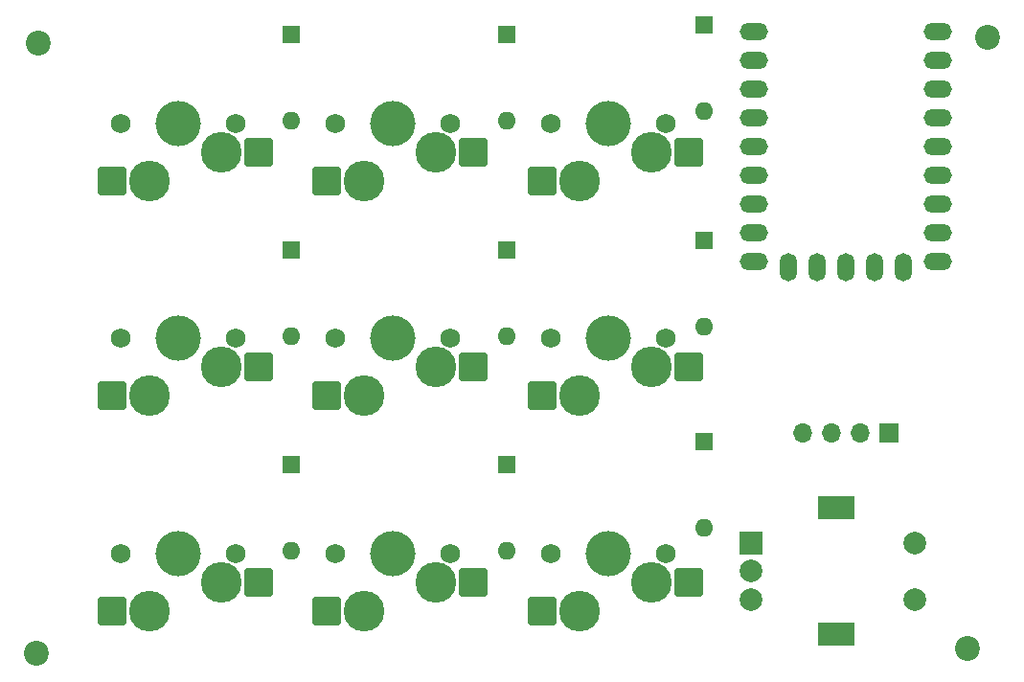
<source format=gbs>
G04 #@! TF.GenerationSoftware,KiCad,Pcbnew,8.0.4*
G04 #@! TF.CreationDate,2024-10-11T00:06:53+05:30*
G04 #@! TF.ProjectId,CoryDora,436f7279-446f-4726-912e-6b696361645f,rev?*
G04 #@! TF.SameCoordinates,Original*
G04 #@! TF.FileFunction,Soldermask,Bot*
G04 #@! TF.FilePolarity,Negative*
%FSLAX46Y46*%
G04 Gerber Fmt 4.6, Leading zero omitted, Abs format (unit mm)*
G04 Created by KiCad (PCBNEW 8.0.4) date 2024-10-11 00:06:53*
%MOMM*%
%LPD*%
G01*
G04 APERTURE LIST*
G04 Aperture macros list*
%AMRoundRect*
0 Rectangle with rounded corners*
0 $1 Rounding radius*
0 $2 $3 $4 $5 $6 $7 $8 $9 X,Y pos of 4 corners*
0 Add a 4 corners polygon primitive as box body*
4,1,4,$2,$3,$4,$5,$6,$7,$8,$9,$2,$3,0*
0 Add four circle primitives for the rounded corners*
1,1,$1+$1,$2,$3*
1,1,$1+$1,$4,$5*
1,1,$1+$1,$6,$7*
1,1,$1+$1,$8,$9*
0 Add four rect primitives between the rounded corners*
20,1,$1+$1,$2,$3,$4,$5,0*
20,1,$1+$1,$4,$5,$6,$7,0*
20,1,$1+$1,$6,$7,$8,$9,0*
20,1,$1+$1,$8,$9,$2,$3,0*%
G04 Aperture macros list end*
%ADD10C,2.200000*%
%ADD11RoundRect,0.250000X1.025000X1.000000X-1.025000X1.000000X-1.025000X-1.000000X1.025000X-1.000000X0*%
%ADD12C,1.750000*%
%ADD13C,4.000000*%
%ADD14C,3.600000*%
%ADD15R,2.000000X2.000000*%
%ADD16C,2.000000*%
%ADD17R,3.200000X2.000000*%
%ADD18R,1.700000X1.700000*%
%ADD19O,1.700000X1.700000*%
%ADD20R,1.600000X1.600000*%
%ADD21O,1.600000X1.600000*%
%ADD22O,2.500000X1.500000*%
%ADD23O,1.500000X2.500000*%
G04 APERTURE END LIST*
D10*
X166395400Y-142417262D03*
D11*
X122730000Y-98523262D03*
D12*
X120725000Y-95983262D03*
D13*
X115645000Y-95983262D03*
D12*
X110565000Y-95983262D03*
D11*
X109803000Y-101063262D03*
D14*
X119455000Y-98523262D03*
X113105000Y-101063262D03*
D11*
X141730000Y-98523262D03*
D12*
X139725000Y-95983262D03*
D13*
X134645000Y-95983262D03*
D12*
X129565000Y-95983262D03*
D11*
X128803000Y-101063262D03*
D14*
X138455000Y-98523262D03*
X132105000Y-101063262D03*
D10*
X84150200Y-142849062D03*
D15*
X147293400Y-133083462D03*
D16*
X147293400Y-138083462D03*
X147293400Y-135583462D03*
D17*
X154793400Y-129983462D03*
X154793400Y-141183462D03*
D16*
X161793400Y-138083462D03*
X161793400Y-133083462D03*
D11*
X103730000Y-98523262D03*
D12*
X101725000Y-95983262D03*
D13*
X96645000Y-95983262D03*
D12*
X91565000Y-95983262D03*
D11*
X90803000Y-101063262D03*
D14*
X100455000Y-98523262D03*
X94105000Y-101063262D03*
D10*
X84277200Y-88874062D03*
D11*
X122730000Y-136573262D03*
D12*
X120725000Y-134033262D03*
D13*
X115645000Y-134033262D03*
D12*
X110565000Y-134033262D03*
D11*
X109803000Y-139113262D03*
D14*
X119455000Y-136573262D03*
X113105000Y-139113262D03*
D11*
X103730000Y-117523262D03*
D12*
X101725000Y-114983262D03*
D13*
X96645000Y-114983262D03*
D12*
X91565000Y-114983262D03*
D11*
X90803000Y-120063262D03*
D14*
X100455000Y-117523262D03*
X94105000Y-120063262D03*
D11*
X103730000Y-136573262D03*
D12*
X101725000Y-134033262D03*
D13*
X96645000Y-134033262D03*
D12*
X91565000Y-134033262D03*
D11*
X90803000Y-139113262D03*
D14*
X100455000Y-136573262D03*
X94105000Y-139113262D03*
D11*
X141730000Y-117523262D03*
D12*
X139725000Y-114983262D03*
D13*
X134645000Y-114983262D03*
D12*
X129565000Y-114983262D03*
D11*
X128803000Y-120063262D03*
D14*
X138455000Y-117523262D03*
X132105000Y-120063262D03*
D11*
X141730000Y-136573262D03*
D12*
X139725000Y-134033262D03*
D13*
X134645000Y-134033262D03*
D12*
X129565000Y-134033262D03*
D11*
X128803000Y-139113262D03*
D14*
X138455000Y-136573262D03*
X132105000Y-139113262D03*
D18*
X159445000Y-123383262D03*
D19*
X156905000Y-123383262D03*
X154365000Y-123383262D03*
X151825000Y-123383262D03*
D10*
X168148000Y-88391462D03*
D11*
X122730000Y-117523262D03*
D12*
X120725000Y-114983262D03*
D13*
X115645000Y-114983262D03*
D12*
X110565000Y-114983262D03*
D11*
X109803000Y-120063262D03*
D14*
X119455000Y-117523262D03*
X113105000Y-120063262D03*
D20*
X125645000Y-107173262D03*
D21*
X125645000Y-114793262D03*
D20*
X143125932Y-87312816D03*
D21*
X143125932Y-94932816D03*
D20*
X106645000Y-107173262D03*
D21*
X106645000Y-114793262D03*
D20*
X143125932Y-124122816D03*
D21*
X143125932Y-131742816D03*
D20*
X106645000Y-88173262D03*
D21*
X106645000Y-95793262D03*
D20*
X125645000Y-126173262D03*
D21*
X125645000Y-133793262D03*
D20*
X125645000Y-88173262D03*
D21*
X125645000Y-95793262D03*
D20*
X143125932Y-106312816D03*
D21*
X143125932Y-113932816D03*
D22*
X147525000Y-87887153D03*
X147525000Y-90427153D03*
X147525000Y-92967153D03*
X147525000Y-95507153D03*
X147525000Y-98047153D03*
X147525000Y-100587153D03*
X147525000Y-103127153D03*
X147525000Y-105667153D03*
X147525000Y-108207153D03*
D23*
X150565000Y-108707153D03*
X153105000Y-108707153D03*
X155645000Y-108707153D03*
X158185000Y-108707153D03*
X160725000Y-108707153D03*
D22*
X163765000Y-108207153D03*
X163765000Y-105667153D03*
X163765000Y-103127153D03*
X163765000Y-100587153D03*
X163765000Y-98047153D03*
X163765000Y-95507153D03*
X163765000Y-92967153D03*
X163765000Y-90427153D03*
X163765000Y-87887153D03*
D20*
X106645000Y-126173262D03*
D21*
X106645000Y-133793262D03*
M02*

</source>
